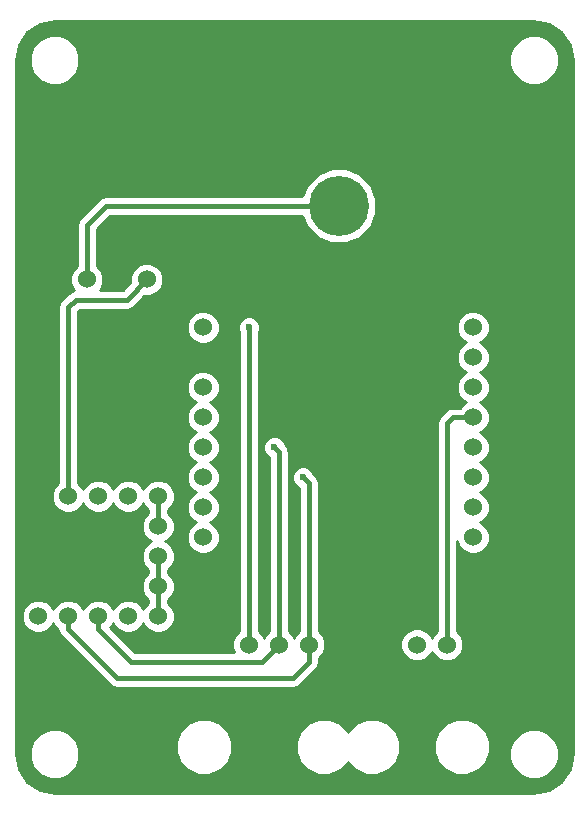
<source format=gbr>
G04 #@! TF.FileFunction,Copper,L2,Bot,Signal*
%FSLAX46Y46*%
G04 Gerber Fmt 4.6, Leading zero omitted, Abs format (unit mm)*
G04 Created by KiCad (PCBNEW 4.0.7) date 04/29/18 15:58:17*
%MOMM*%
%LPD*%
G01*
G04 APERTURE LIST*
%ADD10C,0.100000*%
%ADD11C,1.524000*%
%ADD12R,1.524000X1.524000*%
%ADD13C,5.080000*%
%ADD14C,0.600000*%
%ADD15C,0.406400*%
%ADD16C,0.254000*%
G04 APERTURE END LIST*
D10*
D11*
X208343500Y-130365500D03*
X208343500Y-127825500D03*
X208343500Y-125285500D03*
X208343500Y-122745500D03*
X208343500Y-120205500D03*
X205803500Y-120205500D03*
X203263500Y-120205500D03*
X200723500Y-120205500D03*
D12*
X198183500Y-120205500D03*
D11*
X205803500Y-130365500D03*
X203263500Y-130365500D03*
X200723500Y-130365500D03*
X198183500Y-130365500D03*
X202311000Y-101854000D03*
X204851000Y-101854000D03*
X207391000Y-101854000D03*
D13*
X223647000Y-95631000D03*
X231648000Y-95631000D03*
D11*
X221107000Y-132778500D03*
X218567000Y-132778500D03*
X216027000Y-132778500D03*
X213487000Y-132778500D03*
X232791000Y-132778500D03*
X230251000Y-132778500D03*
X227711000Y-132778500D03*
X212153500Y-105918000D03*
X212153500Y-108458000D03*
X212153500Y-110998000D03*
X212153500Y-113538000D03*
X212153500Y-116078000D03*
X212153500Y-118618000D03*
X212153500Y-121158000D03*
X212153500Y-123698000D03*
X235013500Y-105918000D03*
X235013500Y-108458000D03*
X235013500Y-110998000D03*
X235013500Y-113538000D03*
X235013500Y-116078000D03*
X235013500Y-118618000D03*
X235013500Y-121158000D03*
X235013500Y-123698000D03*
D14*
X216027000Y-105918000D03*
X220599000Y-118618000D03*
X218186000Y-116078000D03*
D15*
X223647000Y-95631000D02*
X203898500Y-95631000D01*
X202311000Y-97218500D02*
X202311000Y-101854000D01*
X203898500Y-95631000D02*
X202311000Y-97218500D01*
X201358500Y-103568500D02*
X205676500Y-103568500D01*
X205676500Y-103568500D02*
X207391000Y-101854000D01*
X200723500Y-104203500D02*
X201358500Y-103568500D01*
X200723500Y-120205500D02*
X200723500Y-104203500D01*
X208343500Y-125285500D02*
X208343500Y-127825500D01*
X208343500Y-127825500D02*
X208343500Y-130365500D01*
X216027000Y-131700870D02*
X216027000Y-105918000D01*
X216027000Y-132778500D02*
X216027000Y-131700870D01*
X219773500Y-135572500D02*
X221107000Y-134239000D01*
X221107000Y-134239000D02*
X221107000Y-132778500D01*
X204852870Y-135572500D02*
X219773500Y-135572500D01*
X200723500Y-130365500D02*
X200723500Y-131443130D01*
X200723500Y-131443130D02*
X204852870Y-135572500D01*
X221107000Y-132778500D02*
X221107000Y-119126000D01*
X221107000Y-119126000D02*
X220599000Y-118618000D01*
X203263500Y-130365500D02*
X203263500Y-131443130D01*
X203263500Y-131443130D02*
X206059370Y-134239000D01*
X206059370Y-134239000D02*
X217106500Y-134239000D01*
X217106500Y-134239000D02*
X218567000Y-132778500D01*
X218567000Y-132778500D02*
X218567000Y-116459000D01*
X218567000Y-116459000D02*
X218186000Y-116078000D01*
X232791000Y-114046000D02*
X233299000Y-113538000D01*
X233299000Y-113538000D02*
X235013500Y-113538000D01*
X232791000Y-132778500D02*
X232791000Y-114046000D01*
X208343500Y-120205500D02*
X208343500Y-122745500D01*
D16*
G36*
X241417326Y-80196699D02*
X242483624Y-80909176D01*
X243196101Y-81975476D01*
X243460200Y-83303191D01*
X243460200Y-141956640D01*
X243193561Y-143297124D01*
X242481084Y-144363424D01*
X241414786Y-145075901D01*
X240087069Y-145340000D01*
X199635191Y-145340000D01*
X198307476Y-145075901D01*
X197241176Y-144363424D01*
X196528699Y-143297126D01*
X196360042Y-142449227D01*
X197464315Y-142449227D01*
X197784593Y-143224359D01*
X198377121Y-143817923D01*
X199151693Y-144139553D01*
X199990387Y-144140285D01*
X200765519Y-143820007D01*
X201359083Y-143227479D01*
X201680713Y-142452907D01*
X201681211Y-141881873D01*
X209856591Y-141881873D01*
X210215123Y-142749586D01*
X210878422Y-143414044D01*
X211745508Y-143774089D01*
X212684373Y-143774909D01*
X213552086Y-143416377D01*
X214216544Y-142753078D01*
X214576589Y-141885992D01*
X214576592Y-141881873D01*
X220016591Y-141881873D01*
X220375123Y-142749586D01*
X221038422Y-143414044D01*
X221905508Y-143774089D01*
X222844373Y-143774909D01*
X223712086Y-143416377D01*
X224376544Y-142753078D01*
X224408634Y-142675797D01*
X224439123Y-142749586D01*
X225102422Y-143414044D01*
X225969508Y-143774089D01*
X226908373Y-143774909D01*
X227776086Y-143416377D01*
X228440544Y-142753078D01*
X228800589Y-141885992D01*
X228800592Y-141881873D01*
X231700591Y-141881873D01*
X232059123Y-142749586D01*
X232722422Y-143414044D01*
X233589508Y-143774089D01*
X234528373Y-143774909D01*
X235396086Y-143416377D01*
X236060544Y-142753078D01*
X236186713Y-142449227D01*
X238043355Y-142449227D01*
X238363633Y-143224359D01*
X238956161Y-143817923D01*
X239730733Y-144139553D01*
X240569427Y-144140285D01*
X241344559Y-143820007D01*
X241938123Y-143227479D01*
X242259753Y-142452907D01*
X242260485Y-141614213D01*
X241940207Y-140839081D01*
X241347679Y-140245517D01*
X240573107Y-139923887D01*
X239734413Y-139923155D01*
X238959281Y-140243433D01*
X238365717Y-140835961D01*
X238044087Y-141610533D01*
X238043355Y-142449227D01*
X236186713Y-142449227D01*
X236420589Y-141885992D01*
X236421409Y-140947127D01*
X236062877Y-140079414D01*
X235399578Y-139414956D01*
X234532492Y-139054911D01*
X233593627Y-139054091D01*
X232725914Y-139412623D01*
X232061456Y-140075922D01*
X231701411Y-140943008D01*
X231700591Y-141881873D01*
X228800592Y-141881873D01*
X228801409Y-140947127D01*
X228442877Y-140079414D01*
X227779578Y-139414956D01*
X226912492Y-139054911D01*
X225973627Y-139054091D01*
X225105914Y-139412623D01*
X224441456Y-140075922D01*
X224409366Y-140153203D01*
X224378877Y-140079414D01*
X223715578Y-139414956D01*
X222848492Y-139054911D01*
X221909627Y-139054091D01*
X221041914Y-139412623D01*
X220377456Y-140075922D01*
X220017411Y-140943008D01*
X220016591Y-141881873D01*
X214576592Y-141881873D01*
X214577409Y-140947127D01*
X214218877Y-140079414D01*
X213555578Y-139414956D01*
X212688492Y-139054911D01*
X211749627Y-139054091D01*
X210881914Y-139412623D01*
X210217456Y-140075922D01*
X209857411Y-140943008D01*
X209856591Y-141881873D01*
X201681211Y-141881873D01*
X201681445Y-141614213D01*
X201361167Y-140839081D01*
X200768639Y-140245517D01*
X199994067Y-139923887D01*
X199155373Y-139923155D01*
X198380241Y-140243433D01*
X197786677Y-140835961D01*
X197465047Y-141610533D01*
X197464315Y-142449227D01*
X196360042Y-142449227D01*
X196264600Y-141969409D01*
X196264600Y-130642161D01*
X196786258Y-130642161D01*
X196998490Y-131155803D01*
X197391130Y-131549129D01*
X197904400Y-131762257D01*
X198460161Y-131762742D01*
X198973803Y-131550510D01*
X199367129Y-131157870D01*
X199453449Y-130949988D01*
X199538490Y-131155803D01*
X199900227Y-131518172D01*
X199949104Y-131763896D01*
X200130803Y-132035827D01*
X204260173Y-136165197D01*
X204532104Y-136346896D01*
X204852870Y-136410700D01*
X219773500Y-136410700D01*
X220094266Y-136346896D01*
X220366197Y-136165197D01*
X221699697Y-134831697D01*
X221881396Y-134559765D01*
X221945200Y-134239000D01*
X221945200Y-133915697D01*
X222290629Y-133570870D01*
X222503757Y-133057600D01*
X222503759Y-133055161D01*
X228853758Y-133055161D01*
X229065990Y-133568803D01*
X229458630Y-133962129D01*
X229971900Y-134175257D01*
X230527661Y-134175742D01*
X231041303Y-133963510D01*
X231434629Y-133570870D01*
X231520949Y-133362988D01*
X231605990Y-133568803D01*
X231998630Y-133962129D01*
X232511900Y-134175257D01*
X233067661Y-134175742D01*
X233581303Y-133963510D01*
X233974629Y-133570870D01*
X234187757Y-133057600D01*
X234188242Y-132501839D01*
X233976010Y-131988197D01*
X233629200Y-131640781D01*
X233629200Y-124005983D01*
X233828490Y-124488303D01*
X234221130Y-124881629D01*
X234734400Y-125094757D01*
X235290161Y-125095242D01*
X235803803Y-124883010D01*
X236197129Y-124490370D01*
X236410257Y-123977100D01*
X236410742Y-123421339D01*
X236198510Y-122907697D01*
X235805870Y-122514371D01*
X235597988Y-122428051D01*
X235803803Y-122343010D01*
X236197129Y-121950370D01*
X236410257Y-121437100D01*
X236410742Y-120881339D01*
X236198510Y-120367697D01*
X235805870Y-119974371D01*
X235597988Y-119888051D01*
X235803803Y-119803010D01*
X236197129Y-119410370D01*
X236410257Y-118897100D01*
X236410742Y-118341339D01*
X236198510Y-117827697D01*
X235805870Y-117434371D01*
X235597988Y-117348051D01*
X235803803Y-117263010D01*
X236197129Y-116870370D01*
X236410257Y-116357100D01*
X236410742Y-115801339D01*
X236198510Y-115287697D01*
X235805870Y-114894371D01*
X235597988Y-114808051D01*
X235803803Y-114723010D01*
X236197129Y-114330370D01*
X236410257Y-113817100D01*
X236410742Y-113261339D01*
X236198510Y-112747697D01*
X235805870Y-112354371D01*
X235597988Y-112268051D01*
X235803803Y-112183010D01*
X236197129Y-111790370D01*
X236410257Y-111277100D01*
X236410742Y-110721339D01*
X236198510Y-110207697D01*
X235805870Y-109814371D01*
X235597988Y-109728051D01*
X235803803Y-109643010D01*
X236197129Y-109250370D01*
X236410257Y-108737100D01*
X236410742Y-108181339D01*
X236198510Y-107667697D01*
X235805870Y-107274371D01*
X235597988Y-107188051D01*
X235803803Y-107103010D01*
X236197129Y-106710370D01*
X236410257Y-106197100D01*
X236410742Y-105641339D01*
X236198510Y-105127697D01*
X235805870Y-104734371D01*
X235292600Y-104521243D01*
X234736839Y-104520758D01*
X234223197Y-104732990D01*
X233829871Y-105125630D01*
X233616743Y-105638900D01*
X233616258Y-106194661D01*
X233828490Y-106708303D01*
X234221130Y-107101629D01*
X234429012Y-107187949D01*
X234223197Y-107272990D01*
X233829871Y-107665630D01*
X233616743Y-108178900D01*
X233616258Y-108734661D01*
X233828490Y-109248303D01*
X234221130Y-109641629D01*
X234429012Y-109727949D01*
X234223197Y-109812990D01*
X233829871Y-110205630D01*
X233616743Y-110718900D01*
X233616258Y-111274661D01*
X233828490Y-111788303D01*
X234221130Y-112181629D01*
X234429012Y-112267949D01*
X234223197Y-112352990D01*
X233875781Y-112699800D01*
X233299000Y-112699800D01*
X232978235Y-112763604D01*
X232978233Y-112763605D01*
X232978234Y-112763605D01*
X232706303Y-112945303D01*
X232198303Y-113453303D01*
X232016604Y-113725234D01*
X232016604Y-113725235D01*
X231952800Y-114046000D01*
X231952800Y-131641303D01*
X231607371Y-131986130D01*
X231521051Y-132194012D01*
X231436010Y-131988197D01*
X231043370Y-131594871D01*
X230530100Y-131381743D01*
X229974339Y-131381258D01*
X229460697Y-131593490D01*
X229067371Y-131986130D01*
X228854243Y-132499400D01*
X228853758Y-133055161D01*
X222503759Y-133055161D01*
X222504242Y-132501839D01*
X222292010Y-131988197D01*
X221945200Y-131640781D01*
X221945200Y-119126000D01*
X221881396Y-118805235D01*
X221699697Y-118533303D01*
X221488348Y-118321954D01*
X221392117Y-118089057D01*
X221129327Y-117825808D01*
X220785799Y-117683162D01*
X220413833Y-117682838D01*
X220070057Y-117824883D01*
X219806808Y-118087673D01*
X219664162Y-118431201D01*
X219663838Y-118803167D01*
X219805883Y-119146943D01*
X220068673Y-119410192D01*
X220268800Y-119493292D01*
X220268800Y-131641303D01*
X219923371Y-131986130D01*
X219837051Y-132194012D01*
X219752010Y-131988197D01*
X219405200Y-131640781D01*
X219405200Y-116459000D01*
X219366571Y-116264799D01*
X219341396Y-116138234D01*
X219159697Y-115866303D01*
X219075348Y-115781954D01*
X218979117Y-115549057D01*
X218716327Y-115285808D01*
X218372799Y-115143162D01*
X218000833Y-115142838D01*
X217657057Y-115284883D01*
X217393808Y-115547673D01*
X217251162Y-115891201D01*
X217250838Y-116263167D01*
X217392883Y-116606943D01*
X217655673Y-116870192D01*
X217728800Y-116900557D01*
X217728800Y-131641303D01*
X217383371Y-131986130D01*
X217297051Y-132194012D01*
X217212010Y-131988197D01*
X216865200Y-131640781D01*
X216865200Y-106337528D01*
X216961838Y-106104799D01*
X216962162Y-105732833D01*
X216820117Y-105389057D01*
X216557327Y-105125808D01*
X216213799Y-104983162D01*
X215841833Y-104982838D01*
X215498057Y-105124883D01*
X215234808Y-105387673D01*
X215092162Y-105731201D01*
X215091838Y-106103167D01*
X215188800Y-106337834D01*
X215188800Y-131641303D01*
X214843371Y-131986130D01*
X214630243Y-132499400D01*
X214629758Y-133055161D01*
X214772573Y-133400800D01*
X206406564Y-133400800D01*
X204305258Y-131299494D01*
X204447129Y-131157870D01*
X204533449Y-130949988D01*
X204618490Y-131155803D01*
X205011130Y-131549129D01*
X205524400Y-131762257D01*
X206080161Y-131762742D01*
X206593803Y-131550510D01*
X206987129Y-131157870D01*
X207073449Y-130949988D01*
X207158490Y-131155803D01*
X207551130Y-131549129D01*
X208064400Y-131762257D01*
X208620161Y-131762742D01*
X209133803Y-131550510D01*
X209527129Y-131157870D01*
X209740257Y-130644600D01*
X209740742Y-130088839D01*
X209528510Y-129575197D01*
X209181700Y-129227781D01*
X209181700Y-128962697D01*
X209527129Y-128617870D01*
X209740257Y-128104600D01*
X209740742Y-127548839D01*
X209528510Y-127035197D01*
X209181700Y-126687781D01*
X209181700Y-126422697D01*
X209527129Y-126077870D01*
X209740257Y-125564600D01*
X209740742Y-125008839D01*
X209528510Y-124495197D01*
X209135870Y-124101871D01*
X208927988Y-124015551D01*
X209133803Y-123930510D01*
X209527129Y-123537870D01*
X209740257Y-123024600D01*
X209740742Y-122468839D01*
X209528510Y-121955197D01*
X209181700Y-121607781D01*
X209181700Y-121342697D01*
X209527129Y-120997870D01*
X209740257Y-120484600D01*
X209740742Y-119928839D01*
X209528510Y-119415197D01*
X209135870Y-119021871D01*
X208622600Y-118808743D01*
X208066839Y-118808258D01*
X207553197Y-119020490D01*
X207159871Y-119413130D01*
X207073551Y-119621012D01*
X206988510Y-119415197D01*
X206595870Y-119021871D01*
X206082600Y-118808743D01*
X205526839Y-118808258D01*
X205013197Y-119020490D01*
X204619871Y-119413130D01*
X204533551Y-119621012D01*
X204448510Y-119415197D01*
X204055870Y-119021871D01*
X203542600Y-118808743D01*
X202986839Y-118808258D01*
X202473197Y-119020490D01*
X202079871Y-119413130D01*
X201993551Y-119621012D01*
X201908510Y-119415197D01*
X201561700Y-119067781D01*
X201561700Y-111274661D01*
X210756258Y-111274661D01*
X210968490Y-111788303D01*
X211361130Y-112181629D01*
X211569012Y-112267949D01*
X211363197Y-112352990D01*
X210969871Y-112745630D01*
X210756743Y-113258900D01*
X210756258Y-113814661D01*
X210968490Y-114328303D01*
X211361130Y-114721629D01*
X211569012Y-114807949D01*
X211363197Y-114892990D01*
X210969871Y-115285630D01*
X210756743Y-115798900D01*
X210756258Y-116354661D01*
X210968490Y-116868303D01*
X211361130Y-117261629D01*
X211569012Y-117347949D01*
X211363197Y-117432990D01*
X210969871Y-117825630D01*
X210756743Y-118338900D01*
X210756258Y-118894661D01*
X210968490Y-119408303D01*
X211361130Y-119801629D01*
X211569012Y-119887949D01*
X211363197Y-119972990D01*
X210969871Y-120365630D01*
X210756743Y-120878900D01*
X210756258Y-121434661D01*
X210968490Y-121948303D01*
X211361130Y-122341629D01*
X211569012Y-122427949D01*
X211363197Y-122512990D01*
X210969871Y-122905630D01*
X210756743Y-123418900D01*
X210756258Y-123974661D01*
X210968490Y-124488303D01*
X211361130Y-124881629D01*
X211874400Y-125094757D01*
X212430161Y-125095242D01*
X212943803Y-124883010D01*
X213337129Y-124490370D01*
X213550257Y-123977100D01*
X213550742Y-123421339D01*
X213338510Y-122907697D01*
X212945870Y-122514371D01*
X212737988Y-122428051D01*
X212943803Y-122343010D01*
X213337129Y-121950370D01*
X213550257Y-121437100D01*
X213550742Y-120881339D01*
X213338510Y-120367697D01*
X212945870Y-119974371D01*
X212737988Y-119888051D01*
X212943803Y-119803010D01*
X213337129Y-119410370D01*
X213550257Y-118897100D01*
X213550742Y-118341339D01*
X213338510Y-117827697D01*
X212945870Y-117434371D01*
X212737988Y-117348051D01*
X212943803Y-117263010D01*
X213337129Y-116870370D01*
X213550257Y-116357100D01*
X213550742Y-115801339D01*
X213338510Y-115287697D01*
X212945870Y-114894371D01*
X212737988Y-114808051D01*
X212943803Y-114723010D01*
X213337129Y-114330370D01*
X213550257Y-113817100D01*
X213550742Y-113261339D01*
X213338510Y-112747697D01*
X212945870Y-112354371D01*
X212737988Y-112268051D01*
X212943803Y-112183010D01*
X213337129Y-111790370D01*
X213550257Y-111277100D01*
X213550742Y-110721339D01*
X213338510Y-110207697D01*
X212945870Y-109814371D01*
X212432600Y-109601243D01*
X211876839Y-109600758D01*
X211363197Y-109812990D01*
X210969871Y-110205630D01*
X210756743Y-110718900D01*
X210756258Y-111274661D01*
X201561700Y-111274661D01*
X201561700Y-106194661D01*
X210756258Y-106194661D01*
X210968490Y-106708303D01*
X211361130Y-107101629D01*
X211874400Y-107314757D01*
X212430161Y-107315242D01*
X212943803Y-107103010D01*
X213337129Y-106710370D01*
X213550257Y-106197100D01*
X213550742Y-105641339D01*
X213338510Y-105127697D01*
X212945870Y-104734371D01*
X212432600Y-104521243D01*
X211876839Y-104520758D01*
X211363197Y-104732990D01*
X210969871Y-105125630D01*
X210756743Y-105638900D01*
X210756258Y-106194661D01*
X201561700Y-106194661D01*
X201561700Y-104550694D01*
X201705694Y-104406700D01*
X205676500Y-104406700D01*
X205997266Y-104342896D01*
X206269197Y-104161197D01*
X207179578Y-103250816D01*
X207667661Y-103251242D01*
X208181303Y-103039010D01*
X208574629Y-102646370D01*
X208787757Y-102133100D01*
X208788242Y-101577339D01*
X208576010Y-101063697D01*
X208183370Y-100670371D01*
X207670100Y-100457243D01*
X207114339Y-100456758D01*
X206600697Y-100668990D01*
X206207371Y-101061630D01*
X205994243Y-101574900D01*
X205993815Y-102065791D01*
X205329306Y-102730300D01*
X203410552Y-102730300D01*
X203494629Y-102646370D01*
X203707757Y-102133100D01*
X203708242Y-101577339D01*
X203496010Y-101063697D01*
X203149200Y-100716281D01*
X203149200Y-97565694D01*
X204245694Y-96469200D01*
X220557982Y-96469200D01*
X220953796Y-97427143D01*
X221846159Y-98321065D01*
X223012683Y-98805448D01*
X224275776Y-98806550D01*
X225443143Y-98324204D01*
X226337065Y-97431841D01*
X226821448Y-96265317D01*
X226822550Y-95002224D01*
X226340204Y-93834857D01*
X225447841Y-92940935D01*
X224281317Y-92456552D01*
X223018224Y-92455450D01*
X221850857Y-92937796D01*
X220956935Y-93830159D01*
X220557212Y-94792800D01*
X203898500Y-94792800D01*
X203577734Y-94856604D01*
X203305803Y-95038303D01*
X201718303Y-96625803D01*
X201536604Y-96897734D01*
X201536604Y-96897735D01*
X201472800Y-97218500D01*
X201472800Y-100716803D01*
X201127371Y-101061630D01*
X200914243Y-101574900D01*
X200913758Y-102130661D01*
X201125990Y-102644303D01*
X201236135Y-102754640D01*
X201037735Y-102794104D01*
X200765803Y-102975803D01*
X200130803Y-103610803D01*
X199949104Y-103882734D01*
X199949104Y-103882735D01*
X199885300Y-104203500D01*
X199885300Y-119068303D01*
X199539871Y-119413130D01*
X199326743Y-119926400D01*
X199326258Y-120482161D01*
X199538490Y-120995803D01*
X199931130Y-121389129D01*
X200444400Y-121602257D01*
X201000161Y-121602742D01*
X201513803Y-121390510D01*
X201907129Y-120997870D01*
X201993449Y-120789988D01*
X202078490Y-120995803D01*
X202471130Y-121389129D01*
X202984400Y-121602257D01*
X203540161Y-121602742D01*
X204053803Y-121390510D01*
X204447129Y-120997870D01*
X204533449Y-120789988D01*
X204618490Y-120995803D01*
X205011130Y-121389129D01*
X205524400Y-121602257D01*
X206080161Y-121602742D01*
X206593803Y-121390510D01*
X206987129Y-120997870D01*
X207073449Y-120789988D01*
X207158490Y-120995803D01*
X207505300Y-121343219D01*
X207505300Y-121608303D01*
X207159871Y-121953130D01*
X206946743Y-122466400D01*
X206946258Y-123022161D01*
X207158490Y-123535803D01*
X207551130Y-123929129D01*
X207759012Y-124015449D01*
X207553197Y-124100490D01*
X207159871Y-124493130D01*
X206946743Y-125006400D01*
X206946258Y-125562161D01*
X207158490Y-126075803D01*
X207505300Y-126423219D01*
X207505300Y-126688303D01*
X207159871Y-127033130D01*
X206946743Y-127546400D01*
X206946258Y-128102161D01*
X207158490Y-128615803D01*
X207505300Y-128963219D01*
X207505300Y-129228303D01*
X207159871Y-129573130D01*
X207073551Y-129781012D01*
X206988510Y-129575197D01*
X206595870Y-129181871D01*
X206082600Y-128968743D01*
X205526839Y-128968258D01*
X205013197Y-129180490D01*
X204619871Y-129573130D01*
X204533551Y-129781012D01*
X204448510Y-129575197D01*
X204055870Y-129181871D01*
X203542600Y-128968743D01*
X202986839Y-128968258D01*
X202473197Y-129180490D01*
X202079871Y-129573130D01*
X201993551Y-129781012D01*
X201908510Y-129575197D01*
X201515870Y-129181871D01*
X201002600Y-128968743D01*
X200446839Y-128968258D01*
X199933197Y-129180490D01*
X199539871Y-129573130D01*
X199453551Y-129781012D01*
X199368510Y-129575197D01*
X198975870Y-129181871D01*
X198462600Y-128968743D01*
X197906839Y-128968258D01*
X197393197Y-129180490D01*
X196999871Y-129573130D01*
X196786743Y-130086400D01*
X196786258Y-130642161D01*
X196264600Y-130642161D01*
X196264600Y-83658387D01*
X197464315Y-83658387D01*
X197784593Y-84433519D01*
X198377121Y-85027083D01*
X199151693Y-85348713D01*
X199990387Y-85349445D01*
X200765519Y-85029167D01*
X201359083Y-84436639D01*
X201680713Y-83662067D01*
X201680716Y-83658387D01*
X238043355Y-83658387D01*
X238363633Y-84433519D01*
X238956161Y-85027083D01*
X239730733Y-85348713D01*
X240569427Y-85349445D01*
X241344559Y-85029167D01*
X241938123Y-84436639D01*
X242259753Y-83662067D01*
X242260485Y-82823373D01*
X241940207Y-82048241D01*
X241347679Y-81454677D01*
X240573107Y-81133047D01*
X239734413Y-81132315D01*
X238959281Y-81452593D01*
X238365717Y-82045121D01*
X238044087Y-82819693D01*
X238043355Y-83658387D01*
X201680716Y-83658387D01*
X201681445Y-82823373D01*
X201361167Y-82048241D01*
X200768639Y-81454677D01*
X199994067Y-81133047D01*
X199155373Y-81132315D01*
X198380241Y-81452593D01*
X197786677Y-82045121D01*
X197465047Y-82819693D01*
X197464315Y-83658387D01*
X196264600Y-83658387D01*
X196264600Y-83303191D01*
X196528699Y-81975474D01*
X197241176Y-80909176D01*
X198307476Y-80196699D01*
X199635191Y-79932600D01*
X240089609Y-79932600D01*
X241417326Y-80196699D01*
X241417326Y-80196699D01*
G37*
X241417326Y-80196699D02*
X242483624Y-80909176D01*
X243196101Y-81975476D01*
X243460200Y-83303191D01*
X243460200Y-141956640D01*
X243193561Y-143297124D01*
X242481084Y-144363424D01*
X241414786Y-145075901D01*
X240087069Y-145340000D01*
X199635191Y-145340000D01*
X198307476Y-145075901D01*
X197241176Y-144363424D01*
X196528699Y-143297126D01*
X196360042Y-142449227D01*
X197464315Y-142449227D01*
X197784593Y-143224359D01*
X198377121Y-143817923D01*
X199151693Y-144139553D01*
X199990387Y-144140285D01*
X200765519Y-143820007D01*
X201359083Y-143227479D01*
X201680713Y-142452907D01*
X201681211Y-141881873D01*
X209856591Y-141881873D01*
X210215123Y-142749586D01*
X210878422Y-143414044D01*
X211745508Y-143774089D01*
X212684373Y-143774909D01*
X213552086Y-143416377D01*
X214216544Y-142753078D01*
X214576589Y-141885992D01*
X214576592Y-141881873D01*
X220016591Y-141881873D01*
X220375123Y-142749586D01*
X221038422Y-143414044D01*
X221905508Y-143774089D01*
X222844373Y-143774909D01*
X223712086Y-143416377D01*
X224376544Y-142753078D01*
X224408634Y-142675797D01*
X224439123Y-142749586D01*
X225102422Y-143414044D01*
X225969508Y-143774089D01*
X226908373Y-143774909D01*
X227776086Y-143416377D01*
X228440544Y-142753078D01*
X228800589Y-141885992D01*
X228800592Y-141881873D01*
X231700591Y-141881873D01*
X232059123Y-142749586D01*
X232722422Y-143414044D01*
X233589508Y-143774089D01*
X234528373Y-143774909D01*
X235396086Y-143416377D01*
X236060544Y-142753078D01*
X236186713Y-142449227D01*
X238043355Y-142449227D01*
X238363633Y-143224359D01*
X238956161Y-143817923D01*
X239730733Y-144139553D01*
X240569427Y-144140285D01*
X241344559Y-143820007D01*
X241938123Y-143227479D01*
X242259753Y-142452907D01*
X242260485Y-141614213D01*
X241940207Y-140839081D01*
X241347679Y-140245517D01*
X240573107Y-139923887D01*
X239734413Y-139923155D01*
X238959281Y-140243433D01*
X238365717Y-140835961D01*
X238044087Y-141610533D01*
X238043355Y-142449227D01*
X236186713Y-142449227D01*
X236420589Y-141885992D01*
X236421409Y-140947127D01*
X236062877Y-140079414D01*
X235399578Y-139414956D01*
X234532492Y-139054911D01*
X233593627Y-139054091D01*
X232725914Y-139412623D01*
X232061456Y-140075922D01*
X231701411Y-140943008D01*
X231700591Y-141881873D01*
X228800592Y-141881873D01*
X228801409Y-140947127D01*
X228442877Y-140079414D01*
X227779578Y-139414956D01*
X226912492Y-139054911D01*
X225973627Y-139054091D01*
X225105914Y-139412623D01*
X224441456Y-140075922D01*
X224409366Y-140153203D01*
X224378877Y-140079414D01*
X223715578Y-139414956D01*
X222848492Y-139054911D01*
X221909627Y-139054091D01*
X221041914Y-139412623D01*
X220377456Y-140075922D01*
X220017411Y-140943008D01*
X220016591Y-141881873D01*
X214576592Y-141881873D01*
X214577409Y-140947127D01*
X214218877Y-140079414D01*
X213555578Y-139414956D01*
X212688492Y-139054911D01*
X211749627Y-139054091D01*
X210881914Y-139412623D01*
X210217456Y-140075922D01*
X209857411Y-140943008D01*
X209856591Y-141881873D01*
X201681211Y-141881873D01*
X201681445Y-141614213D01*
X201361167Y-140839081D01*
X200768639Y-140245517D01*
X199994067Y-139923887D01*
X199155373Y-139923155D01*
X198380241Y-140243433D01*
X197786677Y-140835961D01*
X197465047Y-141610533D01*
X197464315Y-142449227D01*
X196360042Y-142449227D01*
X196264600Y-141969409D01*
X196264600Y-130642161D01*
X196786258Y-130642161D01*
X196998490Y-131155803D01*
X197391130Y-131549129D01*
X197904400Y-131762257D01*
X198460161Y-131762742D01*
X198973803Y-131550510D01*
X199367129Y-131157870D01*
X199453449Y-130949988D01*
X199538490Y-131155803D01*
X199900227Y-131518172D01*
X199949104Y-131763896D01*
X200130803Y-132035827D01*
X204260173Y-136165197D01*
X204532104Y-136346896D01*
X204852870Y-136410700D01*
X219773500Y-136410700D01*
X220094266Y-136346896D01*
X220366197Y-136165197D01*
X221699697Y-134831697D01*
X221881396Y-134559765D01*
X221945200Y-134239000D01*
X221945200Y-133915697D01*
X222290629Y-133570870D01*
X222503757Y-133057600D01*
X222503759Y-133055161D01*
X228853758Y-133055161D01*
X229065990Y-133568803D01*
X229458630Y-133962129D01*
X229971900Y-134175257D01*
X230527661Y-134175742D01*
X231041303Y-133963510D01*
X231434629Y-133570870D01*
X231520949Y-133362988D01*
X231605990Y-133568803D01*
X231998630Y-133962129D01*
X232511900Y-134175257D01*
X233067661Y-134175742D01*
X233581303Y-133963510D01*
X233974629Y-133570870D01*
X234187757Y-133057600D01*
X234188242Y-132501839D01*
X233976010Y-131988197D01*
X233629200Y-131640781D01*
X233629200Y-124005983D01*
X233828490Y-124488303D01*
X234221130Y-124881629D01*
X234734400Y-125094757D01*
X235290161Y-125095242D01*
X235803803Y-124883010D01*
X236197129Y-124490370D01*
X236410257Y-123977100D01*
X236410742Y-123421339D01*
X236198510Y-122907697D01*
X235805870Y-122514371D01*
X235597988Y-122428051D01*
X235803803Y-122343010D01*
X236197129Y-121950370D01*
X236410257Y-121437100D01*
X236410742Y-120881339D01*
X236198510Y-120367697D01*
X235805870Y-119974371D01*
X235597988Y-119888051D01*
X235803803Y-119803010D01*
X236197129Y-119410370D01*
X236410257Y-118897100D01*
X236410742Y-118341339D01*
X236198510Y-117827697D01*
X235805870Y-117434371D01*
X235597988Y-117348051D01*
X235803803Y-117263010D01*
X236197129Y-116870370D01*
X236410257Y-116357100D01*
X236410742Y-115801339D01*
X236198510Y-115287697D01*
X235805870Y-114894371D01*
X235597988Y-114808051D01*
X235803803Y-114723010D01*
X236197129Y-114330370D01*
X236410257Y-113817100D01*
X236410742Y-113261339D01*
X236198510Y-112747697D01*
X235805870Y-112354371D01*
X235597988Y-112268051D01*
X235803803Y-112183010D01*
X236197129Y-111790370D01*
X236410257Y-111277100D01*
X236410742Y-110721339D01*
X236198510Y-110207697D01*
X235805870Y-109814371D01*
X235597988Y-109728051D01*
X235803803Y-109643010D01*
X236197129Y-109250370D01*
X236410257Y-108737100D01*
X236410742Y-108181339D01*
X236198510Y-107667697D01*
X235805870Y-107274371D01*
X235597988Y-107188051D01*
X235803803Y-107103010D01*
X236197129Y-106710370D01*
X236410257Y-106197100D01*
X236410742Y-105641339D01*
X236198510Y-105127697D01*
X235805870Y-104734371D01*
X235292600Y-104521243D01*
X234736839Y-104520758D01*
X234223197Y-104732990D01*
X233829871Y-105125630D01*
X233616743Y-105638900D01*
X233616258Y-106194661D01*
X233828490Y-106708303D01*
X234221130Y-107101629D01*
X234429012Y-107187949D01*
X234223197Y-107272990D01*
X233829871Y-107665630D01*
X233616743Y-108178900D01*
X233616258Y-108734661D01*
X233828490Y-109248303D01*
X234221130Y-109641629D01*
X234429012Y-109727949D01*
X234223197Y-109812990D01*
X233829871Y-110205630D01*
X233616743Y-110718900D01*
X233616258Y-111274661D01*
X233828490Y-111788303D01*
X234221130Y-112181629D01*
X234429012Y-112267949D01*
X234223197Y-112352990D01*
X233875781Y-112699800D01*
X233299000Y-112699800D01*
X232978235Y-112763604D01*
X232978233Y-112763605D01*
X232978234Y-112763605D01*
X232706303Y-112945303D01*
X232198303Y-113453303D01*
X232016604Y-113725234D01*
X232016604Y-113725235D01*
X231952800Y-114046000D01*
X231952800Y-131641303D01*
X231607371Y-131986130D01*
X231521051Y-132194012D01*
X231436010Y-131988197D01*
X231043370Y-131594871D01*
X230530100Y-131381743D01*
X229974339Y-131381258D01*
X229460697Y-131593490D01*
X229067371Y-131986130D01*
X228854243Y-132499400D01*
X228853758Y-133055161D01*
X222503759Y-133055161D01*
X222504242Y-132501839D01*
X222292010Y-131988197D01*
X221945200Y-131640781D01*
X221945200Y-119126000D01*
X221881396Y-118805235D01*
X221699697Y-118533303D01*
X221488348Y-118321954D01*
X221392117Y-118089057D01*
X221129327Y-117825808D01*
X220785799Y-117683162D01*
X220413833Y-117682838D01*
X220070057Y-117824883D01*
X219806808Y-118087673D01*
X219664162Y-118431201D01*
X219663838Y-118803167D01*
X219805883Y-119146943D01*
X220068673Y-119410192D01*
X220268800Y-119493292D01*
X220268800Y-131641303D01*
X219923371Y-131986130D01*
X219837051Y-132194012D01*
X219752010Y-131988197D01*
X219405200Y-131640781D01*
X219405200Y-116459000D01*
X219366571Y-116264799D01*
X219341396Y-116138234D01*
X219159697Y-115866303D01*
X219075348Y-115781954D01*
X218979117Y-115549057D01*
X218716327Y-115285808D01*
X218372799Y-115143162D01*
X218000833Y-115142838D01*
X217657057Y-115284883D01*
X217393808Y-115547673D01*
X217251162Y-115891201D01*
X217250838Y-116263167D01*
X217392883Y-116606943D01*
X217655673Y-116870192D01*
X217728800Y-116900557D01*
X217728800Y-131641303D01*
X217383371Y-131986130D01*
X217297051Y-132194012D01*
X217212010Y-131988197D01*
X216865200Y-131640781D01*
X216865200Y-106337528D01*
X216961838Y-106104799D01*
X216962162Y-105732833D01*
X216820117Y-105389057D01*
X216557327Y-105125808D01*
X216213799Y-104983162D01*
X215841833Y-104982838D01*
X215498057Y-105124883D01*
X215234808Y-105387673D01*
X215092162Y-105731201D01*
X215091838Y-106103167D01*
X215188800Y-106337834D01*
X215188800Y-131641303D01*
X214843371Y-131986130D01*
X214630243Y-132499400D01*
X214629758Y-133055161D01*
X214772573Y-133400800D01*
X206406564Y-133400800D01*
X204305258Y-131299494D01*
X204447129Y-131157870D01*
X204533449Y-130949988D01*
X204618490Y-131155803D01*
X205011130Y-131549129D01*
X205524400Y-131762257D01*
X206080161Y-131762742D01*
X206593803Y-131550510D01*
X206987129Y-131157870D01*
X207073449Y-130949988D01*
X207158490Y-131155803D01*
X207551130Y-131549129D01*
X208064400Y-131762257D01*
X208620161Y-131762742D01*
X209133803Y-131550510D01*
X209527129Y-131157870D01*
X209740257Y-130644600D01*
X209740742Y-130088839D01*
X209528510Y-129575197D01*
X209181700Y-129227781D01*
X209181700Y-128962697D01*
X209527129Y-128617870D01*
X209740257Y-128104600D01*
X209740742Y-127548839D01*
X209528510Y-127035197D01*
X209181700Y-126687781D01*
X209181700Y-126422697D01*
X209527129Y-126077870D01*
X209740257Y-125564600D01*
X209740742Y-125008839D01*
X209528510Y-124495197D01*
X209135870Y-124101871D01*
X208927988Y-124015551D01*
X209133803Y-123930510D01*
X209527129Y-123537870D01*
X209740257Y-123024600D01*
X209740742Y-122468839D01*
X209528510Y-121955197D01*
X209181700Y-121607781D01*
X209181700Y-121342697D01*
X209527129Y-120997870D01*
X209740257Y-120484600D01*
X209740742Y-119928839D01*
X209528510Y-119415197D01*
X209135870Y-119021871D01*
X208622600Y-118808743D01*
X208066839Y-118808258D01*
X207553197Y-119020490D01*
X207159871Y-119413130D01*
X207073551Y-119621012D01*
X206988510Y-119415197D01*
X206595870Y-119021871D01*
X206082600Y-118808743D01*
X205526839Y-118808258D01*
X205013197Y-119020490D01*
X204619871Y-119413130D01*
X204533551Y-119621012D01*
X204448510Y-119415197D01*
X204055870Y-119021871D01*
X203542600Y-118808743D01*
X202986839Y-118808258D01*
X202473197Y-119020490D01*
X202079871Y-119413130D01*
X201993551Y-119621012D01*
X201908510Y-119415197D01*
X201561700Y-119067781D01*
X201561700Y-111274661D01*
X210756258Y-111274661D01*
X210968490Y-111788303D01*
X211361130Y-112181629D01*
X211569012Y-112267949D01*
X211363197Y-112352990D01*
X210969871Y-112745630D01*
X210756743Y-113258900D01*
X210756258Y-113814661D01*
X210968490Y-114328303D01*
X211361130Y-114721629D01*
X211569012Y-114807949D01*
X211363197Y-114892990D01*
X210969871Y-115285630D01*
X210756743Y-115798900D01*
X210756258Y-116354661D01*
X210968490Y-116868303D01*
X211361130Y-117261629D01*
X211569012Y-117347949D01*
X211363197Y-117432990D01*
X210969871Y-117825630D01*
X210756743Y-118338900D01*
X210756258Y-118894661D01*
X210968490Y-119408303D01*
X211361130Y-119801629D01*
X211569012Y-119887949D01*
X211363197Y-119972990D01*
X210969871Y-120365630D01*
X210756743Y-120878900D01*
X210756258Y-121434661D01*
X210968490Y-121948303D01*
X211361130Y-122341629D01*
X211569012Y-122427949D01*
X211363197Y-122512990D01*
X210969871Y-122905630D01*
X210756743Y-123418900D01*
X210756258Y-123974661D01*
X210968490Y-124488303D01*
X211361130Y-124881629D01*
X211874400Y-125094757D01*
X212430161Y-125095242D01*
X212943803Y-124883010D01*
X213337129Y-124490370D01*
X213550257Y-123977100D01*
X213550742Y-123421339D01*
X213338510Y-122907697D01*
X212945870Y-122514371D01*
X212737988Y-122428051D01*
X212943803Y-122343010D01*
X213337129Y-121950370D01*
X213550257Y-121437100D01*
X213550742Y-120881339D01*
X213338510Y-120367697D01*
X212945870Y-119974371D01*
X212737988Y-119888051D01*
X212943803Y-119803010D01*
X213337129Y-119410370D01*
X213550257Y-118897100D01*
X213550742Y-118341339D01*
X213338510Y-117827697D01*
X212945870Y-117434371D01*
X212737988Y-117348051D01*
X212943803Y-117263010D01*
X213337129Y-116870370D01*
X213550257Y-116357100D01*
X213550742Y-115801339D01*
X213338510Y-115287697D01*
X212945870Y-114894371D01*
X212737988Y-114808051D01*
X212943803Y-114723010D01*
X213337129Y-114330370D01*
X213550257Y-113817100D01*
X213550742Y-113261339D01*
X213338510Y-112747697D01*
X212945870Y-112354371D01*
X212737988Y-112268051D01*
X212943803Y-112183010D01*
X213337129Y-111790370D01*
X213550257Y-111277100D01*
X213550742Y-110721339D01*
X213338510Y-110207697D01*
X212945870Y-109814371D01*
X212432600Y-109601243D01*
X211876839Y-109600758D01*
X211363197Y-109812990D01*
X210969871Y-110205630D01*
X210756743Y-110718900D01*
X210756258Y-111274661D01*
X201561700Y-111274661D01*
X201561700Y-106194661D01*
X210756258Y-106194661D01*
X210968490Y-106708303D01*
X211361130Y-107101629D01*
X211874400Y-107314757D01*
X212430161Y-107315242D01*
X212943803Y-107103010D01*
X213337129Y-106710370D01*
X213550257Y-106197100D01*
X213550742Y-105641339D01*
X213338510Y-105127697D01*
X212945870Y-104734371D01*
X212432600Y-104521243D01*
X211876839Y-104520758D01*
X211363197Y-104732990D01*
X210969871Y-105125630D01*
X210756743Y-105638900D01*
X210756258Y-106194661D01*
X201561700Y-106194661D01*
X201561700Y-104550694D01*
X201705694Y-104406700D01*
X205676500Y-104406700D01*
X205997266Y-104342896D01*
X206269197Y-104161197D01*
X207179578Y-103250816D01*
X207667661Y-103251242D01*
X208181303Y-103039010D01*
X208574629Y-102646370D01*
X208787757Y-102133100D01*
X208788242Y-101577339D01*
X208576010Y-101063697D01*
X208183370Y-100670371D01*
X207670100Y-100457243D01*
X207114339Y-100456758D01*
X206600697Y-100668990D01*
X206207371Y-101061630D01*
X205994243Y-101574900D01*
X205993815Y-102065791D01*
X205329306Y-102730300D01*
X203410552Y-102730300D01*
X203494629Y-102646370D01*
X203707757Y-102133100D01*
X203708242Y-101577339D01*
X203496010Y-101063697D01*
X203149200Y-100716281D01*
X203149200Y-97565694D01*
X204245694Y-96469200D01*
X220557982Y-96469200D01*
X220953796Y-97427143D01*
X221846159Y-98321065D01*
X223012683Y-98805448D01*
X224275776Y-98806550D01*
X225443143Y-98324204D01*
X226337065Y-97431841D01*
X226821448Y-96265317D01*
X226822550Y-95002224D01*
X226340204Y-93834857D01*
X225447841Y-92940935D01*
X224281317Y-92456552D01*
X223018224Y-92455450D01*
X221850857Y-92937796D01*
X220956935Y-93830159D01*
X220557212Y-94792800D01*
X203898500Y-94792800D01*
X203577734Y-94856604D01*
X203305803Y-95038303D01*
X201718303Y-96625803D01*
X201536604Y-96897734D01*
X201536604Y-96897735D01*
X201472800Y-97218500D01*
X201472800Y-100716803D01*
X201127371Y-101061630D01*
X200914243Y-101574900D01*
X200913758Y-102130661D01*
X201125990Y-102644303D01*
X201236135Y-102754640D01*
X201037735Y-102794104D01*
X200765803Y-102975803D01*
X200130803Y-103610803D01*
X199949104Y-103882734D01*
X199949104Y-103882735D01*
X199885300Y-104203500D01*
X199885300Y-119068303D01*
X199539871Y-119413130D01*
X199326743Y-119926400D01*
X199326258Y-120482161D01*
X199538490Y-120995803D01*
X199931130Y-121389129D01*
X200444400Y-121602257D01*
X201000161Y-121602742D01*
X201513803Y-121390510D01*
X201907129Y-120997870D01*
X201993449Y-120789988D01*
X202078490Y-120995803D01*
X202471130Y-121389129D01*
X202984400Y-121602257D01*
X203540161Y-121602742D01*
X204053803Y-121390510D01*
X204447129Y-120997870D01*
X204533449Y-120789988D01*
X204618490Y-120995803D01*
X205011130Y-121389129D01*
X205524400Y-121602257D01*
X206080161Y-121602742D01*
X206593803Y-121390510D01*
X206987129Y-120997870D01*
X207073449Y-120789988D01*
X207158490Y-120995803D01*
X207505300Y-121343219D01*
X207505300Y-121608303D01*
X207159871Y-121953130D01*
X206946743Y-122466400D01*
X206946258Y-123022161D01*
X207158490Y-123535803D01*
X207551130Y-123929129D01*
X207759012Y-124015449D01*
X207553197Y-124100490D01*
X207159871Y-124493130D01*
X206946743Y-125006400D01*
X206946258Y-125562161D01*
X207158490Y-126075803D01*
X207505300Y-126423219D01*
X207505300Y-126688303D01*
X207159871Y-127033130D01*
X206946743Y-127546400D01*
X206946258Y-128102161D01*
X207158490Y-128615803D01*
X207505300Y-128963219D01*
X207505300Y-129228303D01*
X207159871Y-129573130D01*
X207073551Y-129781012D01*
X206988510Y-129575197D01*
X206595870Y-129181871D01*
X206082600Y-128968743D01*
X205526839Y-128968258D01*
X205013197Y-129180490D01*
X204619871Y-129573130D01*
X204533551Y-129781012D01*
X204448510Y-129575197D01*
X204055870Y-129181871D01*
X203542600Y-128968743D01*
X202986839Y-128968258D01*
X202473197Y-129180490D01*
X202079871Y-129573130D01*
X201993551Y-129781012D01*
X201908510Y-129575197D01*
X201515870Y-129181871D01*
X201002600Y-128968743D01*
X200446839Y-128968258D01*
X199933197Y-129180490D01*
X199539871Y-129573130D01*
X199453551Y-129781012D01*
X199368510Y-129575197D01*
X198975870Y-129181871D01*
X198462600Y-128968743D01*
X197906839Y-128968258D01*
X197393197Y-129180490D01*
X196999871Y-129573130D01*
X196786743Y-130086400D01*
X196786258Y-130642161D01*
X196264600Y-130642161D01*
X196264600Y-83658387D01*
X197464315Y-83658387D01*
X197784593Y-84433519D01*
X198377121Y-85027083D01*
X199151693Y-85348713D01*
X199990387Y-85349445D01*
X200765519Y-85029167D01*
X201359083Y-84436639D01*
X201680713Y-83662067D01*
X201680716Y-83658387D01*
X238043355Y-83658387D01*
X238363633Y-84433519D01*
X238956161Y-85027083D01*
X239730733Y-85348713D01*
X240569427Y-85349445D01*
X241344559Y-85029167D01*
X241938123Y-84436639D01*
X242259753Y-83662067D01*
X242260485Y-82823373D01*
X241940207Y-82048241D01*
X241347679Y-81454677D01*
X240573107Y-81133047D01*
X239734413Y-81132315D01*
X238959281Y-81452593D01*
X238365717Y-82045121D01*
X238044087Y-82819693D01*
X238043355Y-83658387D01*
X201680716Y-83658387D01*
X201681445Y-82823373D01*
X201361167Y-82048241D01*
X200768639Y-81454677D01*
X199994067Y-81133047D01*
X199155373Y-81132315D01*
X198380241Y-81452593D01*
X197786677Y-82045121D01*
X197465047Y-82819693D01*
X197464315Y-83658387D01*
X196264600Y-83658387D01*
X196264600Y-83303191D01*
X196528699Y-81975474D01*
X197241176Y-80909176D01*
X198307476Y-80196699D01*
X199635191Y-79932600D01*
X240089609Y-79932600D01*
X241417326Y-80196699D01*
M02*

</source>
